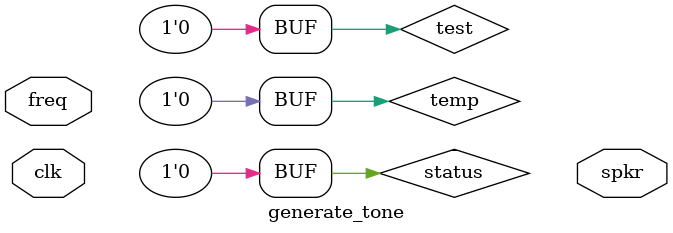
<source format=sv>
/*
 * MIT License
 * 
 * Copyright (c) 2025 jasmine-portfolio
 * 
 * Permission is hereby granted, free of charge, to any person obtaining a copy
 * of this software and associated documentation files (the "Software"), to deal
 * in the Software without restriction, including without limitation the rights
 * to use, copy, modify, merge, publish, distribute, sublicense, and/or sell
 * copies of the Software, and to permit persons to whom the Software is
 * furnished to do so, subject to the following conditions:
 * 
 * The above copyright notice and this permission notice shall be included in all
 * copies or substantial portions of the Software.
 * 
 * THE SOFTWARE IS PROVIDED "AS IS", WITHOUT WARRANTY OF ANY KIND, EXPRESS OR
 * IMPLIED, INCLUDING BUT NOT LIMITED TO THE WARRANTIES OF MERCHANTABILITY,
 * FITNESS FOR A PARTICULAR PURPOSE AND NONINFRINGEMENT. IN NO EVENT SHALL THE
 * AUTHORS OR COPYRIGHT HOLDERS BE LIABLE FOR ANY CLAIM, DAMAGES OR OTHER
 * LIABILITY, WHETHER IN AN ACTION OF CONTRACT, TORT OR OTHERWISE, ARISING FROM,
 * OUT OF OR IN CONNECTION WITH THE SOFTWARE OR THE USE OR OTHER DEALINGS IN THE
 * SOFTWARE.
 */
// File: generate_tone.sv
// Description: generates an output at a specified frequency module generate_tone
// Author: Jimmy and Jasmine
// Date: 2024-04-04

module generate_tone
#( 
    parameter FCLK = 50_000_000  // Clock frequency (50 MHz by default)
)
(
    input logic [31:0] freq,     // Frequency to output on the speaker (input frequency value)
    output logic spkr,            // Speaker output signal
    input logic clk               // Clock signal (typically 50 MHz)
);

    // Internal signals
    logic [31:0] counter = 0;     // Counter to track the pulse duration for tone generation
    logic status = 0;             // Temporary variable to hold on/off status of tone
    logic temp = 0;               // Temporary flag, unused in current code
    logic test = 0;               // Test flag, unused in current code

    // Always block triggered by positive edge of the clock
    always_ff @(posedge clk) begin 
        // Increment the counter by (freq << 1), effectively multiplying freq by 2
        counter <= counter + (freq << 1); 

        // Check if counter exceeds the clock frequency (FCLK)
        if(counter >= FCLK) begin
            counter <= (freq << 1);  // Reset counter after reaching the clock frequency threshold
        end
    end

endmodule

</source>
